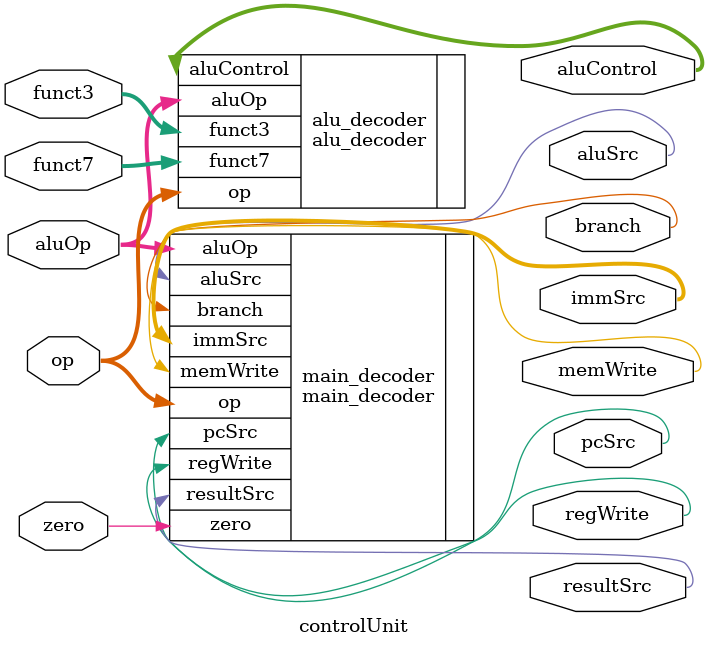
<source format=v>
`timescale 1ns / 1ps



//`include "ALU_Decoder.v"
//`include "Main_Decoder.v"




module controlUnit(
    input wire [1:0] aluOp,
    input wire [6:0] op, funct7,
    input wire [2:0] funct3,
    output [2:0] aluControl,
    input wire zero,
    //input wire [6:0] op,
    output regWrite, aluSrc, memWrite, resultSrc, branch, pcSrc,
    output [1:0] immSrc//, aluOp
    );
    
    alu_decoder alu_decoder (
        .aluOp(aluOp), .op(op), .funct7(funct7), .funct3(funct3), .aluControl(aluControl)
    );
    
    main_decoder main_decoder (
        .zero(zero), .op(op), .regWrite(regWrite), .aluSrc(aluSrc), .memWrite(memWrite), .resultSrc(resultSrc), .branch(branch),
        .immSrc(immSrc), .aluOp(aluOp), .pcSrc(pcSrc)
    );
endmodule
</source>
